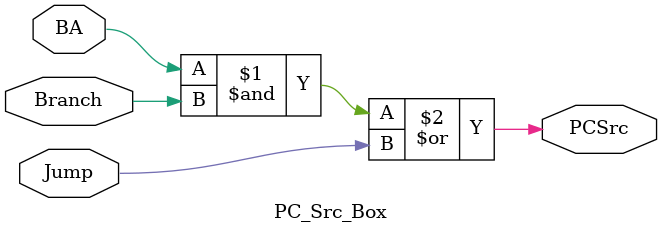
<source format=v>
module PC_Src_Box(BA,Branch,Jump,PCSrc);
    input BA,Branch,Jump;
    output PCSrc;

    assign PCSrc=(BA&Branch)|Jump;

endmodule
</source>
